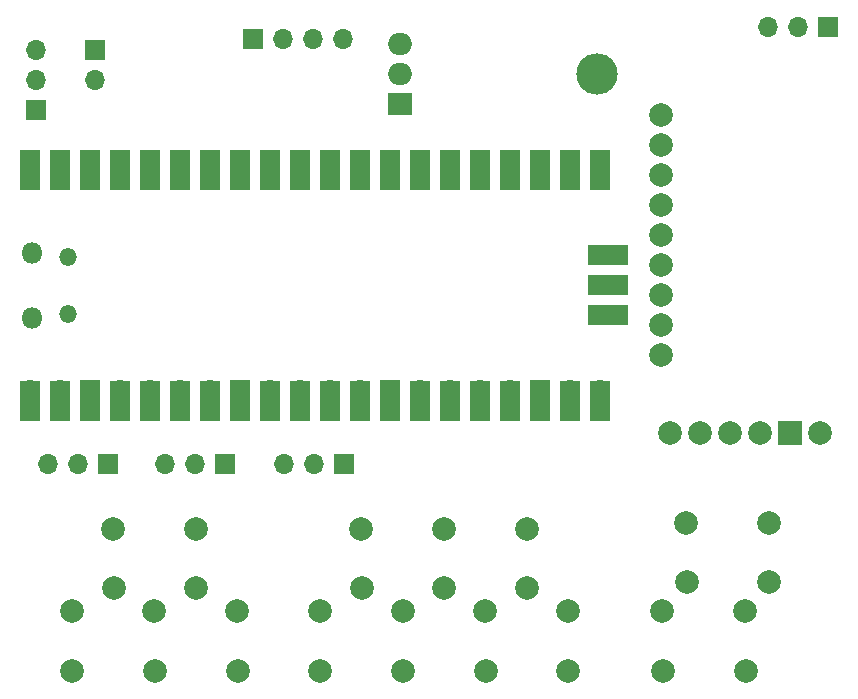
<source format=gts>
G04 #@! TF.GenerationSoftware,KiCad,Pcbnew,8.0.6*
G04 #@! TF.CreationDate,2024-12-01T22:21:49+01:00*
G04 #@! TF.ProjectId,pico_piano,7069636f-5f70-4696-916e-6f2e6b696361,rev?*
G04 #@! TF.SameCoordinates,Original*
G04 #@! TF.FileFunction,Soldermask,Top*
G04 #@! TF.FilePolarity,Negative*
%FSLAX46Y46*%
G04 Gerber Fmt 4.6, Leading zero omitted, Abs format (unit mm)*
G04 Created by KiCad (PCBNEW 8.0.6) date 2024-12-01 22:21:49*
%MOMM*%
%LPD*%
G01*
G04 APERTURE LIST*
%ADD10C,2.000000*%
%ADD11R,1.700000X1.700000*%
%ADD12O,1.700000X1.700000*%
%ADD13R,2.000000X2.000000*%
%ADD14O,1.800000X1.800000*%
%ADD15O,1.500000X1.500000*%
%ADD16R,1.700000X3.500000*%
%ADD17R,3.500000X1.700000*%
%ADD18O,3.500000X3.500000*%
%ADD19R,2.000000X1.905000*%
%ADD20O,2.000000X1.905000*%
G04 APERTURE END LIST*
D10*
X167000000Y-64000000D03*
X167050000Y-69000000D03*
X139500000Y-64500000D03*
X139550000Y-69500000D03*
X118500000Y-64500000D03*
X118550000Y-69500000D03*
X115000000Y-71500000D03*
X115050000Y-76500000D03*
X108000000Y-71500000D03*
X108050000Y-76500000D03*
D11*
X172000000Y-22000000D03*
D12*
X169460000Y-22000000D03*
X166920000Y-22000000D03*
D10*
X111500000Y-64500000D03*
X111550000Y-69500000D03*
X122000000Y-71500000D03*
X122050000Y-76500000D03*
X165000000Y-71500000D03*
X165050000Y-76500000D03*
X158650000Y-56394000D03*
X161190000Y-56394000D03*
X163730000Y-56394000D03*
X166270000Y-56394000D03*
D13*
X168810000Y-56394000D03*
D10*
X171350000Y-56394000D03*
X157888000Y-49790000D03*
X157888000Y-47250000D03*
X157888000Y-44710000D03*
X157888000Y-42170000D03*
X157888000Y-39630000D03*
X157888000Y-37090000D03*
X157888000Y-34550000D03*
X157888000Y-32010000D03*
X157888000Y-29470000D03*
X143000000Y-71500000D03*
X143050000Y-76500000D03*
X160000000Y-64000000D03*
X160050000Y-69000000D03*
D11*
X105000000Y-29080000D03*
D12*
X105000000Y-26540000D03*
X105000000Y-24000000D03*
D11*
X121000000Y-59000000D03*
D12*
X118460000Y-59000000D03*
X115920000Y-59000000D03*
D10*
X150000000Y-71500000D03*
X150050000Y-76500000D03*
X146500000Y-64500000D03*
X146550000Y-69500000D03*
D11*
X131079999Y-59000000D03*
D12*
X128539999Y-59000000D03*
X125999999Y-59000000D03*
D10*
X129000000Y-71500000D03*
X129050000Y-76500000D03*
D14*
X104630000Y-46615000D03*
D15*
X107660000Y-46315000D03*
X107660000Y-41465000D03*
D14*
X104630000Y-41165000D03*
D12*
X104500000Y-52780000D03*
D16*
X104500000Y-53680000D03*
D12*
X107040000Y-52780000D03*
D16*
X107040000Y-53680000D03*
D11*
X109580000Y-52780000D03*
D16*
X109580000Y-53680000D03*
D12*
X112120000Y-52780000D03*
D16*
X112120000Y-53680000D03*
D12*
X114660000Y-52780000D03*
D16*
X114660000Y-53680000D03*
D12*
X117200000Y-52780000D03*
D16*
X117200000Y-53680000D03*
D12*
X119740000Y-52780000D03*
D16*
X119740000Y-53680000D03*
D11*
X122280000Y-52780000D03*
D16*
X122280000Y-53680000D03*
D12*
X124820000Y-52780000D03*
D16*
X124820000Y-53680000D03*
D12*
X127360000Y-52780000D03*
D16*
X127360000Y-53680000D03*
D12*
X129900000Y-52780000D03*
D16*
X129900000Y-53680000D03*
D12*
X132440000Y-52780000D03*
D16*
X132440000Y-53680000D03*
D11*
X134980000Y-52780000D03*
D16*
X134980000Y-53680000D03*
D12*
X137520000Y-52780000D03*
D16*
X137520000Y-53680000D03*
D12*
X140060000Y-52780000D03*
D16*
X140060000Y-53680000D03*
D12*
X142600000Y-52780000D03*
D16*
X142600000Y-53680000D03*
D12*
X145140000Y-52780000D03*
D16*
X145140000Y-53680000D03*
D11*
X147680000Y-52780000D03*
D16*
X147680000Y-53680000D03*
D12*
X150220000Y-52780000D03*
D16*
X150220000Y-53680000D03*
D12*
X152760000Y-52780000D03*
D16*
X152760000Y-53680000D03*
D12*
X152760000Y-35000000D03*
D16*
X152760000Y-34100000D03*
D12*
X150220000Y-35000000D03*
D16*
X150220000Y-34100000D03*
D11*
X147680000Y-35000000D03*
D16*
X147680000Y-34100000D03*
D12*
X145140000Y-35000000D03*
D16*
X145140000Y-34100000D03*
D12*
X142600000Y-35000000D03*
D16*
X142600000Y-34100000D03*
D12*
X140060000Y-35000000D03*
D16*
X140060000Y-34100000D03*
D12*
X137520000Y-35000000D03*
D16*
X137520000Y-34100000D03*
D11*
X134980000Y-35000000D03*
D16*
X134980000Y-34100000D03*
D12*
X132440000Y-35000000D03*
D16*
X132440000Y-34100000D03*
D12*
X129900000Y-35000000D03*
D16*
X129900000Y-34100000D03*
D12*
X127360000Y-35000000D03*
D16*
X127360000Y-34100000D03*
D12*
X124820000Y-35000000D03*
D16*
X124820000Y-34100000D03*
D11*
X122280000Y-35000000D03*
D16*
X122280000Y-34100000D03*
D12*
X119740000Y-35000000D03*
D16*
X119740000Y-34100000D03*
D12*
X117200000Y-35000000D03*
D16*
X117200000Y-34100000D03*
D12*
X114660000Y-35000000D03*
D16*
X114660000Y-34100000D03*
D12*
X112120000Y-35000000D03*
D16*
X112120000Y-34100000D03*
D11*
X109580000Y-35000000D03*
D16*
X109580000Y-34100000D03*
D12*
X107040000Y-35000000D03*
D16*
X107040000Y-34100000D03*
D12*
X104500000Y-35000000D03*
D16*
X104500000Y-34100000D03*
D12*
X152530000Y-46430000D03*
D17*
X153430000Y-46430000D03*
D11*
X152530000Y-43890000D03*
D17*
X153430000Y-43890000D03*
D12*
X152530000Y-41350000D03*
D17*
X153430000Y-41350000D03*
D10*
X132500000Y-64500000D03*
X132550000Y-69500000D03*
D11*
X123380000Y-23000000D03*
D12*
X125920000Y-23000000D03*
X128460000Y-23000000D03*
X131000000Y-23000000D03*
D10*
X158000000Y-71500000D03*
X158050000Y-76500000D03*
X136000000Y-71500000D03*
X136050000Y-76500000D03*
D11*
X111079999Y-59000000D03*
D12*
X108539999Y-59000000D03*
X105999999Y-59000000D03*
D18*
X152430000Y-26000000D03*
D19*
X135770000Y-28540000D03*
D20*
X135770000Y-26000000D03*
X135770000Y-23460000D03*
D11*
X110000000Y-24000000D03*
D12*
X110000000Y-26540000D03*
M02*

</source>
